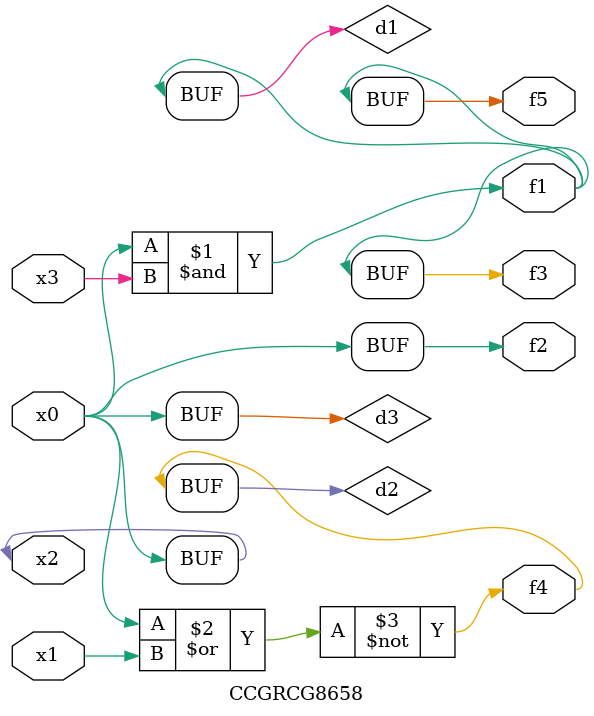
<source format=v>
module CCGRCG8658(
	input x0, x1, x2, x3,
	output f1, f2, f3, f4, f5
);

	wire d1, d2, d3;

	and (d1, x2, x3);
	nor (d2, x0, x1);
	buf (d3, x0, x2);
	assign f1 = d1;
	assign f2 = d3;
	assign f3 = d1;
	assign f4 = d2;
	assign f5 = d1;
endmodule

</source>
